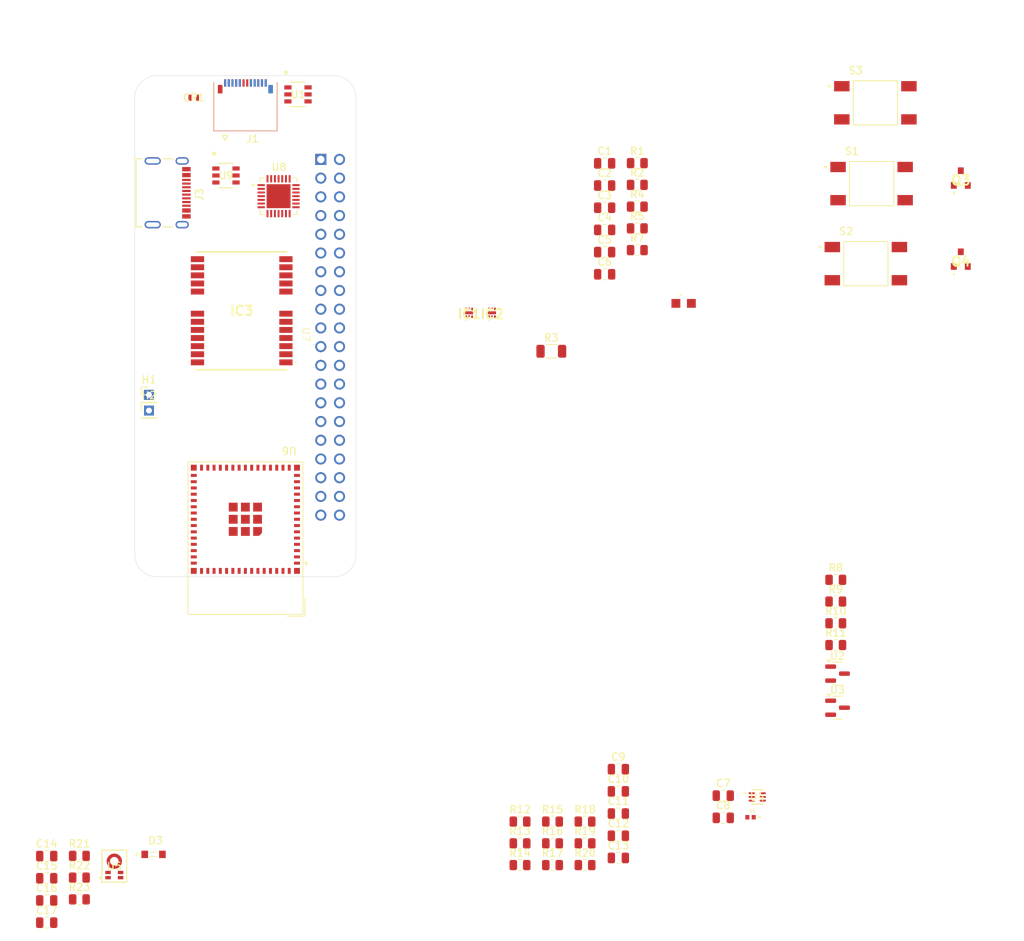
<source format=kicad_pcb>
(kicad_pcb (version 20240108) (generator "pcbnew") (generator_version "8.0")
  (title_block (title "CivicAlert") (rev "A") (company "Vanderbilt University"))
  (layers (0 "F.Cu" signal) (1 "In1.Cu" signal) (2 "In2.Cu" signal) (31 "B.Cu" signal) (34 "B.Paste" user) (35 "F.Paste" user) (36 "B.SilkS" user "B.Silkscreen") (37 "F.SilkS" user "F.Silkscreen") (38 "B.Mask" user) (39 "F.Mask" user) (44 "Edge.Cuts" user))
  (net 0 "")
  (net 1 "VCC_5V")
  (net 2 "GND")
  (net 3 "ESP32_3V3")
  (net 4 "GPS_3V3")
  (net 5 "Net-(U2-C)")
  (net 6 "Net-(U8-VBUS)")
  (net 7 "ESP32_BOOT_MODE")
  (net 8 "ESP32_nRESET")
  (net 9 "BUTTON_CFG_MODE")
  (net 10 "Net-(D1-Pad+)")
  (net 11 "Net-(D3-Pad2)")
  (net 12 "ESP32_USB_D-")
  (net 13 "ESP32_USB_D+")
  (net 14 "Net-(IC1-ADJ{slash}NC)")
  (net 15 "Net-(IC2-ADJ{slash}NC)")
  (net 17 "GPS_ANTENNA")
  (net 18 "GPS_TIMESTAMP_TRIGGER")
  (net 22 "GPS_UART_TX")
  (net 25 "GPS_nRESET")
  (net 28 "GPS_UART_RX")
  (net 31 "GPS_ANTENNA_EN")
  (net 32 "GPS_TIMEPULSE")
  (net 34 "Net-(IC3-VCC_RF)")
  (net 37 "Net-(J1-D-)")
  (net 38 "Net-(J1-CC)")
  (net 44 "Net-(J1-D+)")
  (net 49 "Net-(J3-DN1)")
  (net 50 "Net-(J3-DN2)")
  (net 51 "Net-(J3-VBUS1)")
  (net 52 "Net-(J3-CC2)")
  (net 55 "Net-(J3-CC1)")
  (net 56 "Net-(Q3-B)")
  (net 57 "Net-(Q3-E)")
  (net 58 "Net-(Q4-E)")
  (net 59 "Net-(Q4-B)")
  (net 60 "Net-(U2-B)")
  (net 61 "Net-(U3-E)")
  (net 62 "Net-(U4-D2)")
  (net 63 "Net-(U2-E)")
  (net 64 "Net-(U4-D1)")
  (net 65 "Net-(U8-~{RST})")
  (net 66 "ESP32_USB_DETECT")
  (net 67 "MIC_DATA")
  (net 68 "Net-(U5-DATA)")
  (net 69 "LED_CFG_MODE")
  (net 76 "ESP32_USB_UART_D-")
  (net 77 "ESP32_USB_UART_D+")
  (net 78 "MIC_CLK")
  (net 95 "ESP32_UART_TX")
  (net 98 "ESP32_UART_RX")
  (footprint "Resistor_SMD:R_0805_2012Metric" (layer "F.Cu") (at 112.98 155.4)
    (property "Reference" "R22" (at 0 -1.65 0) (layer "F.SilkS"))
    (property "Value" "100, 1%")
    (pad "1" smd roundrect (at -0.9125 0) (size 1.025 1.4) (layers "F.Cu" "F.Paste" "F.Mask") (roundrect_rratio 0.243902) (net 68 "Net-(U5-DATA)"))
    (pad "2" smd roundrect (at 0.9125 0) (size 1.025 1.4) (layers "F.Cu" "F.Paste" "F.Mask") (roundrect_rratio 0.243902) (net 67 "MIC_DATA"))
  )
  (footprint "LQG15HS47NJ02D:INDC1005X55N" (layer "F.Cu") (at 204.025 147.21)
    (property "Reference" "L1" (at 0.3 -0.88 0) (layer "F.SilkS") (effects (font (size 0.393701 0.393701))))
    (property "Value" "LQG15HS47NJ02D")
    (pad "1" smd rect (at -0.432 0) (size 0.54 0.6) (layers "F.Cu" "F.Paste" "F.Mask") (net 17 "GPS_ANTENNA"))
    (pad "2" smd rect (at 0.432 0) (size 0.54 0.6) (layers "F.Cu" "F.Paste" "F.Mask") (net 5 "Net-(U2-C)"))
  )
  (footprint "RF_Module:ESP32-S2-MINI-1" (layer "F.Cu") (at 135.5 109.34 180)
    (property "Reference" "U6" (at -5.95 11.85 180) (layer "F.SilkS"))
    (property "Value" "ESP32-S3-MINI-1" (hide yes))
    (pad "1" smd rect (at -7 -3.4 180) (size 0.8 0.4) (layers "F.Cu" "F.Paste" "F.Mask") (net 2 "GND"))
    (pad "2" smd rect (at -7 -2.55 180) (size 0.8 0.4) (layers "F.Cu" "F.Paste" "F.Mask") (net 2 "GND"))
    (pad "3" smd rect (at -7 -1.7 180) (size 0.8 0.4) (layers "F.Cu" "F.Paste" "F.Mask") (net 3 "ESP32_3V3"))
    (pad "4" smd rect (at -7 -0.85 180) (size 0.8 0.4) (layers "F.Cu" "F.Paste" "F.Mask") (net 7 "ESP32_BOOT_MODE"))
    (pad "5" smd rect (at -7 0 180) (size 0.8 0.4) (layers "F.Cu" "F.Paste" "F.Mask"))
    (pad "6" smd rect (at -7 0.85 180) (size 0.8 0.4) (layers "F.Cu" "F.Paste" "F.Mask"))
    (pad "7" smd rect (at -7 1.7 180) (size 0.8 0.4) (layers "F.Cu" "F.Paste" "F.Mask"))
    (pad "8" smd rect (at -7 2.55 180) (size 0.8 0.4) (layers "F.Cu" "F.Paste" "F.Mask"))
    (pad "9" smd rect (at -7 3.4 180) (size 0.8 0.4) (layers "F.Cu" "F.Paste" "F.Mask"))
    (pad "10" smd rect (at -7 4.25 180) (size 0.8 0.4) (layers "F.Cu" "F.Paste" "F.Mask"))
    (pad "11" smd rect (at -7 5.1 180) (size 0.8 0.4) (layers "F.Cu" "F.Paste" "F.Mask"))
    (pad "12" smd rect (at -7 5.95 180) (size 0.8 0.4) (layers "F.Cu" "F.Paste" "F.Mask"))
    (pad "13" smd rect (at -7 6.8 180) (size 0.8 0.4) (layers "F.Cu" "F.Paste" "F.Mask") (net 25 "GPS_nRESET"))
    (pad "14" smd rect (at -7 7.65 180) (size 0.8 0.4) (layers "F.Cu" "F.Paste" "F.Mask") (net 18 "GPS_TIMESTAMP_TRIGGER"))
    (pad "15" smd rect (at -7 8.5 180) (size 0.8 0.4) (layers "F.Cu" "F.Paste" "F.Mask") (net 32 "GPS_TIMEPULSE"))
    (pad "16" smd rect (at -5.95 9.55 270) (size 0.8 0.4) (layers "F.Cu" "F.Paste" "F.Mask"))
    (pad "17" smd rect (at -5.1 9.55 270) (size 0.8 0.4) (layers "F.Cu" "F.Paste" "F.Mask") (net 9 "BUTTON_CFG_MODE"))
    (pad "18" smd rect (at -4.25 9.55 270) (size 0.8 0.4) (layers "F.Cu" "F.Paste" "F.Mask") (net 66 "ESP32_USB_DETECT"))
    (pad "19" smd rect (at -3.4 9.55 270) (size 0.8 0.4) (layers "F.Cu" "F.Paste" "F.Mask"))
    (pad "20" smd rect (at -2.55 9.55 270) (size 0.8 0.4) (layers "F.Cu" "F.Paste" "F.Mask"))
    (pad "21" smd rect (at -1.7 9.55 270) (size 0.8 0.4) (layers "F.Cu" "F.Paste" "F.Mask") (net 28 "GPS_UART_RX"))
    (pad "22" smd rect (at -0.85 9.55 270) (size 0.8 0.4) (layers "F.Cu" "F.Paste" "F.Mask") (net 22 "GPS_UART_TX"))
    (pad "23" smd rect (at 0 9.55 270) (size 0.8 0.4) (layers "F.Cu" "F.Paste" "F.Mask") (net 12 "ESP32_USB_D-"))
    (pad "24" smd rect (at 0.85 9.55 270) (size 0.8 0.4) (layers "F.Cu" "F.Paste" "F.Mask") (net 13 "ESP32_USB_D+"))
    (pad "25" smd rect (at 1.7 9.55 270) (size 0.8 0.4) (layers "F.Cu" "F.Paste" "F.Mask"))
    (pad "26" smd rect (at 2.55 9.55 270) (size 0.8 0.4) (layers "F.Cu" "F.Paste" "F.Mask"))
    (pad "27" smd rect (at 3.4 9.55 270) (size 0.8 0.4) (layers "F.Cu" "F.Paste" "F.Mask"))
    (pad "28" smd rect (at 4.25 9.55 270) (size 0.8 0.4) (layers "F.Cu" "F.Paste" "F.Mask"))
    (pad "29" smd rect (at 5.1 9.55 270) (size 0.8 0.4) (layers "F.Cu" "F.Paste" "F.Mask"))
    (pad "30" smd rect (at 5.95 9.55 270) (size 0.8 0.4) (layers "F.Cu" "F.Paste" "F.Mask") (net 69 "LED_CFG_MODE"))
    (pad "31" smd rect (at 7 8.5 180) (size 0.8 0.4) (layers "F.Cu" "F.Paste" "F.Mask"))
    (pad "32" smd rect (at 7 7.65 180) (size 0.8 0.4) (layers "F.Cu" "F.Paste" "F.Mask"))
    (pad "33" smd rect (at 7 6.8 180) (size 0.8 0.4) (layers "F.Cu" "F.Paste" "F.Mask"))
    (pad "34" smd rect (at 7 5.95 180) (size 0.8 0.4) (layers "F.Cu" "F.Paste" "F.Mask"))
    (pad "35" smd rect (at 7 5.1 180) (size 0.8 0.4) (layers "F.Cu" "F.Paste" "F.Mask") (net 67 "MIC_DATA"))
    (pad "36" smd rect (at 7 4.25 180) (size 0.8 0.4) (layers "F.Cu" "F.Paste" "F.Mask") (net 78 "MIC_CLK"))
    (pad "37" smd rect (at 7 3.4 180) (size 0.8 0.4) (layers "F.Cu" "F.Paste" "F.Mask"))
    (pad "38" smd rect (at 7 2.55 180) (size 0.8 0.4) (layers "F.Cu" "F.Paste" "F.Mask"))
    (pad "39" smd rect (at 7 1.7 180) (size 0.8 0.4) (layers "F.Cu" "F.Paste" "F.Mask") (net 95 "ESP32_UART_TX"))
    (pad "40" smd rect (at 7 0.85 180) (size 0.8 0.4) (layers "F.Cu" "F.Paste" "F.Mask") (net 98 "ESP32_UART_RX"))
    (pad "41" smd rect (at 7 0 180) (size 0.8 0.4) (layers "F.Cu" "F.Paste" "F.Mask"))
    (pad "42" smd rect (at 7 -0.85 180) (size 0.8 0.4) (layers "F.Cu" "F.Paste" "F.Mask") (net 2 "GND"))
    (pad "43" smd rect (at 7 -1.7 180) (size 0.8 0.4) (layers "F.Cu" "F.Paste" "F.Mask") (net 2 "GND"))
    (pad "44" smd rect (at 7 -2.55 180) (size 0.8 0.4) (layers "F.Cu" "F.Paste" "F.Mask"))
    (pad "45" smd rect (at 7 -3.4 180) (size 0.8 0.4) (layers "F.Cu" "F.Paste" "F.Mask") (net 8 "ESP32_nRESET"))
    (pad "46" smd rect (at 5.95 -4.45 270) (size 0.8 0.4) (layers "F.Cu" "F.Paste" "F.Mask") (net 2 "GND"))
    (pad "47" smd rect (at 5.1 -4.45 270) (size 0.8 0.4) (layers "F.Cu" "F.Paste" "F.Mask") (net 2 "GND"))
    (pad "48" smd rect (at 4.25 -4.45 270) (size 0.8 0.4) (layers "F.Cu" "F.Paste" "F.Mask") (net 2 "GND"))
    (pad "49" smd rect (at 3.4 -4.45 270) (size 0.8 0.4) (layers "F.Cu" "F.Paste" "F.Mask") (net 2 "GND"))
    (pad "50" smd rect (at 2.55 -4.45 270) (size 0.8 0.4) (layers "F.Cu" "F.Paste" "F.Mask") (net 2 "GND"))
    (pad "51" smd rect (at 1.7 -4.45 270) (size 0.8 0.4) (layers "F.Cu" "F.Paste" "F.Mask") (net 2 "GND"))
    (pad "52" smd rect (at 0.85 -4.45 270) (size 0.8 0.4) (layers "F.Cu" "F.Paste" "F.Mask") (net 2 "GND"))
    (pad "53" smd rect (at 0 -4.45 270) (size 0.8 0.4) (layers "F.Cu" "F.Paste" "F.Mask") (net 2 "GND"))
    (pad "54" smd rect (at -0.85 -4.45 270) (size 0.8 0.4) (layers "F.Cu" "F.Paste" "F.Mask") (net 2 "GND"))
    (pad "55" smd rect (at -1.7 -4.45 270) (size 0.8 0.4) (layers "F.Cu" "F.Paste" "F.Mask") (net 2 "GND"))
    (pad "56" smd rect (at -2.55 -4.45 270) (size 0.8 0.4) (layers "F.Cu" "F.Paste" "F.Mask") (net 2 "GND"))
    (pad "57" smd rect (at -3.4 -4.45 270) (size 0.8 0.4) (layers "F.Cu" "F.Paste" "F.Mask") (net 2 "GND"))
    (pad "58" smd rect (at -4.25 -4.45 270) (size 0.8 0.4) (layers "F.Cu" "F.Paste" "F.Mask") (net 2 "GND"))
    (pad "59" smd rect (at -5.1 -4.45 270) (size 0.8 0.4) (layers "F.Cu" "F.Paste" "F.Mask") (net 2 "GND"))
    (pad "60" smd rect (at -5.95 -4.45 270) (size 0.8 0.4) (layers "F.Cu" "F.Paste" "F.Mask") (net 2 "GND"))
    (pad "61" smd roundrect (at -1.65 0.9 180) (size 1.2 1.2) (layers "F.Cu" "F.Paste" "F.Mask") (roundrect_rratio 0) (chamfer_ratio 0.33) (chamfer top_left) (net 2 "GND"))
    (pad "61" smd rect (at -1.65 2.55 180) (size 1.2 1.2) (layers "F.Cu" "F.Paste" "F.Mask") (net 2 "GND"))
    (pad "61" smd rect (at -1.65 4.2 180) (size 1.2 1.2) (layers "F.Cu" "F.Paste" "F.Mask") (net 2 "GND"))
    (pad "61" smd rect (at 0 0.9 180) (size 1.2 1.2) (layers "F.Cu" "F.Paste" "F.Mask") (net 2 "GND"))
    (pad "61" smd rect (at 0 2.55 180) (size 1.2 1.2) (layers "F.Cu" "F.Paste" "F.Mask") (net 2 "GND"))
    (pad "61" smd rect (at 0 4.2 180) (size 1.2 1.2) (layers "F.Cu" "F.Paste" "F.Mask") (net 2 "GND"))
    (pad "61" smd rect (at 1.65 0.9 180) (size 1.2 1.2) (layers "F.Cu" "F.Paste" "F.Mask") (net 2 "GND"))
    (pad "61" smd rect (at 1.65 2.55 180) (size 1.2 1.2) (layers "F.Cu" "F.Paste" "F.Mask") (net 2 "GND"))
    (pad "61" smd rect (at 1.65 4.2 180) (size 1.2 1.2) (layers "F.Cu" "F.Paste" "F.Mask") (net 2 "GND"))
    (pad "62" smd rect (at -7 -4.45 180) (size 0.8 0.8) (layers "F.Cu" "F.Paste" "F.Mask") (net 2 "GND"))
    (pad "63" smd rect (at -7 9.55 180) (size 0.8 0.8) (layers "F.Cu" "F.Paste" "F.Mask") (net 2 "GND"))
    (pad "64" smd rect (at 7 9.55 180) (size 0.8 0.8) (layers "F.Cu" "F.Paste" "F.Mask") (net 2 "GND"))
    (pad "65" smd rect (at 7 -4.45 180) (size 0.8 0.8) (layers "F.Cu" "F.Paste" "F.Mask") (net 2 "GND"))
  )
  (footprint "SI1016X-T1-GE3:SOT_X-T1-GE3_VIS" (layer "F.Cu") (at 204.934426 144.4561)
    (property "Reference" "U4" (at 0 0 0) (layer "F.SilkS"))
    (property "Value" "SI1016X-T1-GE3")
    (pad "1" smd rect (at -0.7493 -0.500126) (size 0.8128 0.254) (layers "F.Cu" "F.Paste" "F.Mask") (net 2 "GND"))
    (pad "2" smd rect (at -0.7493 0) (size 0.8128 0.254) (layers "F.Cu" "F.Paste" "F.Mask") (net 31 "GPS_ANTENNA_EN"))
    (pad "3" smd rect (at -0.7493 0.500126) (size 0.8128 0.254) (layers "F.Cu" "F.Paste" "F.Mask") (net 62 "Net-(U4-D2)"))
    (pad "4" smd rect (at 0.7493 0.500126) (size 0.8128 0.254) (layers "F.Cu" "F.Paste" "F.Mask") (net 34 "Net-(IC3-VCC_RF)"))
    (pad "5" smd rect (at 0.7493 0) (size 0.8128 0.254) (layers "F.Cu" "F.Paste" "F.Mask") (net 64 "Net-(U4-D1)"))
    (pad "6" smd rect (at 0.7493 -0.500126) (size 0.8128 0.254) (layers "F.Cu" "F.Paste" "F.Mask") (net 64 "Net-(U4-D1)"))
  )
  (footprint "Capacitor_SMD:C_0805_2012Metric" (layer "F.Cu") (at 184.235 67.535)
    (property "Reference" "C4" (at 0 -1.68 0) (layer "F.SilkS"))
    (property "Value" "0.1uF, 10%, 50V")
    (pad "1" smd roundrect (at -0.95 0) (size 1 1.45) (layers "F.Cu" "F.Paste" "F.Mask") (net 1 "VCC_5V"))
    (pad "2" smd roundrect (at 0.95 0) (size 1 1.45) (layers "F.Cu" "F.Paste" "F.Mask") (net 2 "GND"))
  )
  (footprint "Resistor_SMD:R_0805_2012Metric" (layer "F.Cu") (at 215.5875 115)
    (property "Reference" "R8" (at 0 -1.65 0) (layer "F.SilkS"))
    (property "Value" "2.2k, 5%, 0.1W")
    (pad "1" smd roundrect (at -0.9125 0) (size 1.025 1.4) (layers "F.Cu" "F.Paste" "F.Mask") (roundrect_rratio 0.243902) (net 2 "GND"))
    (pad "2" smd roundrect (at 0.9125 0) (size 1.025 1.4) (layers "F.Cu" "F.Paste" "F.Mask") (roundrect_rratio 0.243902) (net 60 "Net-(U2-B)"))
  )
  (footprint "Capacitor_SMD:C_0805_2012Metric" (layer "F.Cu") (at 186.095 149.72)
    (property "Reference" "C12" (at 0 -1.68 0) (layer "F.SilkS"))
    (property "Value" "0.1uF, 10%, 50V")
    (pad "1" smd roundrect (at -0.95 0) (size 1 1.45) (layers "F.Cu" "F.Paste" "F.Mask") (net 8 "ESP32_nRESET"))
    (pad "2" smd roundrect (at 0.95 0) (size 1 1.45) (layers "F.Cu" "F.Paste" "F.Mask") (net 2 "GND"))
  )
  (footprint "Capacitor_SMD:C_0805_2012Metric" (layer "F.Cu") (at 184.235 64.525)
    (property "Reference" "C3" (at 0 -1.68 0) (layer "F.SilkS"))
    (property "Value" "1uF, 20%, 25V")
    (pad "1" smd roundrect (at -0.95 0) (size 1 1.45) (layers "F.Cu" "F.Paste" "F.Mask") (net 1 "VCC_5V"))
    (pad "2" smd roundrect (at 0.95 0) (size 1 1.45) (layers "F.Cu" "F.Paste" "F.Mask") (net 2 "GND"))
  )
  (footprint "Resistor_SMD:R_0805_2012Metric" (layer "F.Cu") (at 177.165 150.75)
    (property "Reference" "R16" (at 0 -1.65 0) (layer "F.SilkS"))
    (property "Value" "10k, 1%")
    (pad "1" smd roundrect (at -0.9125 0) (size 1.025 1.4) (layers "F.Cu" "F.Paste" "F.Mask") (roundrect_rratio 0.243902) (net 59 "Net-(Q4-B)"))
    (pad "2" smd roundrect (at 0.9125 0) (size 1.025 1.4) (layers "F.Cu" "F.Paste" "F.Mask") (roundrect_rratio 0.243902) (net 57 "Net-(Q3-E)"))
  )
  (footprint "Resistor_SMD:R_0805_2012Metric" (layer "F.Cu") (at 112.98 152.45)
    (property "Reference" "R21" (at 0 -1.65 0) (layer "F.SilkS"))
    (property "Value" "10k, 1%")
    (pad "1" smd roundrect (at -0.9125 0) (size 1.025 1.4) (layers "F.Cu" "F.Paste" "F.Mask") (roundrect_rratio 0.243902) (net 3 "ESP32_3V3"))
    (pad "2" smd roundrect (at 0.9125 0) (size 1.025 1.4) (layers "F.Cu" "F.Paste" "F.Mask") (roundrect_rratio 0.243902) (net 8 "ESP32_nRESET"))
  )
  (footprint "Resistor_SMD:R_0805_2012Metric" (layer "F.Cu") (at 188.665 64.375)
    (property "Reference" "R4" (at 0 -1.65 0) (layer "F.SilkS"))
    (property "Value" "61.9k, 1%")
    (pad "1" smd roundrect (at -0.9125 0) (size 1.025 1.4) (layers "F.Cu" "F.Paste" "F.Mask") (roundrect_rratio 0.243902) (net 3 "ESP32_3V3"))
    (pad "2" smd roundrect (at 0.9125 0) (size 1.025 1.4) (layers "F.Cu" "F.Paste" "F.Mask") (roundrect_rratio 0.243902) (net 14 "Net-(IC1-ADJ{slash}NC)"))
  )
  (footprint "L8050QLT1G:L8050QLT1G" (layer "F.Cu") (at 232.55 60.5)
    (property "Reference" "Q3" (at 0 0.325 0) (layer "F.SilkS") (effects (font (size 1.27 1.27) (thickness 0.254))))
    (property "Value" "L8050QLT1G" (hide yes))
    (pad "1" smd rect (at -0.95 1) (size 0.8 0.9) (layers "F.Cu" "F.Paste" "F.Mask") (net 56 "Net-(Q3-B)"))
    (pad "2" smd rect (at 0.95 1) (size 0.8 0.9) (layers "F.Cu" "F.Paste" "F.Mask") (net 7 "ESP32_BOOT_MODE"))
    (pad "3" smd rect (at 0 -1) (size 0.8 0.9) (layers "F.Cu" "F.Paste" "F.Mask") (net 57 "Net-(Q3-E)"))
  )
  (footprint "Resistor_SMD:R_0805_2012Metric" (layer "F.Cu") (at 188.665 58.475)
    (property "Reference" "R1" (at 0 -1.65 0) (layer "F.SilkS"))
    (property "Value" "5.1k, 1%")
    (pad "1" smd roundrect (at -0.9125 0) (size 1.025 1.4) (layers "F.Cu" "F.Paste" "F.Mask") (roundrect_rratio 0.243902) (net 2 "GND"))
    (pad "2" smd roundrect (at 0.9125 0) (size 1.025 1.4) (layers "F.Cu" "F.Paste" "F.Mask") (roundrect_rratio 0.243902) (net 38 "Net-(J1-CC)"))
  )
  (footprint "Capacitor_SMD:C_0805_2012Metric" (layer "F.Cu") (at 186.095 152.73)
    (property "Reference" "C13" (at 0 -1.68 0) (layer "F.SilkS"))
    (property "Value" "0.1uF, 10%, 50V")
    (pad "1" smd roundrect (at -0.95 0) (size 1 1.45) (layers "F.Cu" "F.Paste" "F.Mask") (net 9 "BUTTON_CFG_MODE"))
    (pad "2" smd roundrect (at 0.95 0) (size 1 1.45) (layers "F.Cu" "F.Paste" "F.Mask") (net 2 "GND"))
  )
  (footprint "Capacitor_SMD:C_0805_2012Metric" (layer "F.Cu") (at 186.095 146.71)
    (property "Reference" "C11" (at 0 -1.68 0) (layer "F.SilkS"))
    (property "Value" "0.1uF, 10%, 50V")
    (pad "1" smd roundrect (at -0.95 0) (size 1 1.45) (layers "F.Cu" "F.Paste" "F.Mask") (net 7 "ESP32_BOOT_MODE"))
    (pad "2" smd roundrect (at 0.95 0) (size 1 1.45) (layers "F.Cu" "F.Paste" "F.Mask") (net 2 "GND"))
  )
  (footprint "Resistor_SMD:R_0805_2012Metric" (layer "F.Cu") (at 172.755 147.8)
    (property "Reference" "R12" (at 0 -1.65 0) (layer "F.SilkS"))
    (property "Value" "22.1k, 1%")
    (pad "1" smd roundrect (at -0.9125 0) (size 1.025 1.4) (layers "F.Cu" "F.Paste" "F.Mask") (roundrect_rratio 0.243902) (net 6 "Net-(U8-VBUS)"))
    (pad "2" smd roundrect (at 0.9125 0) (size 1.025 1.4) (layers "F.Cu" "F.Paste" "F.Mask") (roundrect_rratio 0.243902) (net 1 "VCC_5V"))
  )
  (footprint "TS04-66-43-BK-100-SMT:SW_TS04-66-43-BK-100-SMT" (layer "F.Cu") (at 219.67 72.11)
    (property "Reference" "S2" (at -2.675 -4.385 0) (layer "F.SilkS"))
    (property "Value" "TS04-66-43-BK-100-SMT")
    (pad "1" smd rect (at -4.55 -2.25) (size 2.1 1.4) (layers "F.Cu" "F.Paste" "F.Mask") (net 2 "GND"))
    (pad "2" smd rect (at -4.55 2.25) (size 2.1 1.4) (layers "F.Cu" "F.Paste" "F.Mask"))
    (pad "3" smd rect (at 4.55 -2.25) (size 2.1 1.4) (layers "F.Cu" "F.Paste" "F.Mask"))
    (pad "4" smd rect (at 4.55 2.25) (size 2.1 1.4) (layers "F.Cu" "F.Paste" "F.Mask") (net 8 "ESP32_nRESET"))
  )
  (footprint "Package_TO_SOT_SMD:SOT-23" (layer "F.Cu") (at 215.8275 127.725)
    (property "Reference" "U2" (at 0 -2.4 0) (layer "F.SilkS"))
    (property "Value" "BC857C")
    (pad "1" smd roundrect (at -0.9375 -0.95) (size 1.475 0.6) (layers "F.Cu" "F.Paste" "F.Mask") (net 60 "Net-(U2-B)"))
    (pad "2" smd roundrect (at -0.9375 0.95) (size 1.475 0.6) (layers "F.Cu" "F.Paste" "F.Mask") (net 63 "Net-(U2-E)"))
    (pad "3" smd roundrect (at 0.9375 0) (size 1.475 0.6) (layers "F.Cu" "F.Paste" "F.Mask") (net 5 "Net-(U2-C)"))
  )
  (footprint "MountingHole:MountingHole_2.7mm" (layer "F.Cu") (at 147 53.1)
    (property "Reference" "MountingHole" (hide yes))
    (property "Value" "MountingHole_2.7mm" (hide yes))
    (pad "" np_thru_hole circle (at 0 0) (size 2.75 2.75) (drill 2.75) (layers "F&B.Cu" "*.Mask"))
  )
  (footprint "Resistor_SMD:R_0805_2012Metric" (layer "F.Cu") (at 181.575 147.8)
    (property "Reference" "R18" (at 0 -1.65 0) (layer "F.SilkS"))
    (property "Value" "5.1k, 1%")
    (pad "1" smd roundrect (at -0.9125 0) (size 1.025 1.4) (layers "F.Cu" "F.Paste" "F.Mask") (roundrect_rratio 0.243902) (net 2 "GND"))
    (pad "2" smd roundrect (at 0.9125 0) (size 1.025 1.4) (layers "F.Cu" "F.Paste" "F.Mask") (roundrect_rratio 0.243902) (net 52 "Net-(J3-CC2)"))
  )
  (footprint "Resistor_SMD:R_0805_2012Metric" (layer "F.Cu") (at 112.98 158.35)
    (property "Reference" "R23" (at 0 -1.65 0) (layer "F.SilkS"))
    (property "Value" "30, 1%")
    (pad "1" smd roundrect (at -0.9125 0) (size 1.025 1.4) (layers "F.Cu" "F.Paste" "F.Mask") (roundrect_rratio 0.243902) (net 69 "LED_CFG_MODE"))
    (pad "2" smd roundrect (at 0.9125 0) (size 1.025 1.4) (layers "F.Cu" "F.Paste" "F.Mask") (roundrect_rratio 0.243902) (net 11 "Net-(D3-Pad2)"))
  )
  (footprint "NCP133AMXADJTCG:NCP133AMX110TCG" (layer "F.Cu") (at 165.86 78.78)
    (property "Reference" "IC1" (at 0 0.175 0) (layer "F.SilkS") (effects (font (size 1.27 1.27) (thickness 0.254))))
    (property "Value" "NCP133AMXADJTCG" (hide yes))
    (pad "1" smd rect (at -0.4 0.525) (size 0.24 0.35) (layers "F.Cu" "F.Paste" "F.Mask") (net 3 "ESP32_3V3"))
    (pad "2" smd rect (at 0 0.525) (size 0.24 0.35) (layers "F.Cu" "F.Paste" "F.Mask") (net 14 "Net-(IC1-ADJ{slash}NC)"))
    (pad "3" smd rect (at 0.4 0.525) (size 0.24 0.35) (layers "F.Cu" "F.Paste" "F.Mask") (net 1 "VCC_5V"))
    (pad "4" smd rect (at 0.4 -0.525) (size 0.24 0.35) (layers "F.Cu" "F.Paste" "F.Mask") (net 1 "VCC_5V"))
    (pad "5" smd rect (at 0 -0.525) (size 0.24 0.35) (layers "F.Cu" "F.Paste" "F.Mask") (net 2 "GND"))
    (pad "6" smd rect (at -0.4 -0.525) (size 0.24 0.35) (layers "F.Cu" "F.Paste" "F.Mask") (net 1 "VCC_5V"))
    (pad "7" smd rect (at 0 0 90) (size 0.4 1.08) (layers "F.Cu" "F.Paste" "F.Mask") (net 2 "GND"))
  )
  (footprint "Capacitor_SMD:C_0805_2012Metric" (layer "F.Cu") (at 108.55 158.5)
    (property "Reference" "C16" (at 0 -1.68 0) (layer "F.SilkS"))
    (property "Value" "1uF, 10%, 16V")
    (pad "1" smd roundrect (at -0.95 0) (size 1 1.45) (layers "F.Cu" "F.Paste" "F.Mask") (net 8 "ESP32_nRESET"))
    (pad "2" smd roundrect (at 0.95 0) (size 1 1.45) (layers "F.Cu" "F.Paste" "F.Mask") (net 2 "GND"))
  )
  (footprint "LTST-C170KRKT:DIOC200X125X110" (layer "F.Cu") (at 194.95 77.5)
    (property "Reference" "D1" (at -0.365605 -1.128859 0) (layer "F.SilkS") (effects (font (size 0.200329 0.200329))))
    (property "Value" "LTST-C170KRKT")
    (pad "+" smd rect (at 1.05 0) (size 1.2 1.2) (layers "F.Cu" "F.Paste" "F.Mask") (net 10 "Net-(D1-Pad+)"))
    (pad "-" smd rect (at -1.05 0) (size 1.2 1.2) (layers "F.Cu" "F.Paste" "F.Mask") (net 2 "GND"))
  )
  (footprint "MountingHole:MountingHole_2.7mm" (layer "F.Cu") (at 147 111.1)
    (property "Reference" "MountingHole" (hide yes))
    (property "Value" "MountingHole_2.7mm" (hide yes))
    (pad "" np_thru_hole circle (at 0 0) (size 2.75 2.75) (drill 2.75) (layers "F&B.Cu" "*.Mask"))
  )
  (footprint "USBLC6-2SC6Y:SOT23-6L_STM" (layer "F.Cu") (at 132.86525 60.149999)
    (property "Reference" "U9" (at 0 0 0) (layer "F.SilkS"))
    (property "Value" "USBLC6-2SC6Y" (hide yes))
    (fp_text user "*" (at -1.61925 -2.6518 0) (layer "F.SilkS"))
    (fp_text user "*" (at -1.61925 -2.6518 0) (layer "F.SilkS"))
    (pad "1" smd rect (at -1.36525 -0.950001) (size 0.9779 0.5588) (layers "F.Cu" "F.Paste" "F.Mask") (net 50 "Net-(J3-DN2)"))
    (pad "2" smd rect (at -1.36525 0) (size 0.9779 0.5588) (layers "F.Cu" "F.Paste" "F.Mask") (net 2 "GND"))
    (pad "3" smd rect (at -1.36525 0.950001) (size 0.9779 0.5588) (layers "F.Cu" "F.Paste" "F.Mask") (net 49 "Net-(J3-DN1)"))
    (pad "4" smd rect (at 1.36525 0.950001) (size 0.9779 0.5588) (layers "F.Cu" "F.Paste" "F.Mask") (net 13 "ESP32_USB_D+"))
    (pad "5" smd rect (at 1.36525 0) (size 0.9779 0.5588) (layers "F.Cu" "F.Paste" "F.Mask") (net 51 "Net-(J3-VBUS1)"))
    (pad "6" smd rect (at 1.36525 -0.950001) (size 0.9779 0.5588) (layers "F.Cu" "F.Paste" "F.Mask") (net 12 "ESP32_USB_D-"))
  )
  (footprint "Capacitor_SMD:C_0805_2012Metric" (layer "F.Cu") (at 108.55 155.49)
    (property "Reference" "C15" (at 0 -1.68 0) (layer "F.SilkS"))
    (property "Value" "0.1uF, 10%, 50V")
    (pad "1" smd roundrect (at -0.95 0) (size 1 1.45) (layers "F.Cu" "F.Paste" "F.Mask") (net 3 "ESP32_3V3"))
    (pad "2" smd roundrect (at 0.95 0) (size 1 1.45) (layers "F.Cu" "F.Paste" "F.Mask") (net 2 "GND"))
  )
  (footprint "USB-C:MOLEX_1054440001" (layer "F.Cu") (at 135.5 46.6 180)
    (property "Reference" "J1" (at -0.9525 -8.5725 0) (layer "F.SilkS"))
    (property "Value" "1054440001" (hide yes))
    (fp_line (start 4.3 -2) (end 4.3 -1.26) (stroke (width 0.01)) (layer "Edge.Cuts"))
    (fp_line (start 4 -0.96) (end 3.35 -0.96) (stroke (width 0.01)) (layer "Edge.Cuts"))
    (fp_line (start 3.05 -0.66) (end 3.05 -0.3) (stroke (width 0.01)) (layer "Edge.Cuts"))
    (fp_line (start 2.75 0) (end -2.75 0) (stroke (width 0.01)) (layer "Edge.Cuts"))
    (fp_line (start -3.05 -0.3) (end -3.05 -0.66) (stroke (width 0.01)) (layer "Edge.Cuts"))
    (fp_line (start -3.35 -0.96) (end -4 -0.96) (stroke (width 0.01)) (layer "Edge.Cuts"))
    (fp_line (start -4.3 -1.26) (end -4.3 -2.025) (stroke (width 0.01)) (layer "Edge.Cuts"))
    (fp_arc (start 4.3 -1.26) (mid 4.212132 -1.047868) (end 4 -0.96) (stroke (width 0.01)) (layer "Edge.Cuts"))
    (fp_arc (start 3.05 -0.3) (mid 2.962132 -0.087868) (end 2.75 0) (stroke (width 0.01)) (layer "Edge.Cuts"))
    (fp_arc (start 3.05 -0.66) (mid 3.137868 -0.872132) (end 3.35 -0.96) (stroke (width 0.01)) (layer "Edge.Cuts"))
    (fp_arc (start -2.75 0) (mid -2.962132 -0.087868) (end -3.05 -0.3) (stroke (width 0.01)) (layer "Edge.Cuts"))
    (fp_arc (start -3.35 -0.96) (mid -3.137868 -0.872132) (end -3.05 -0.66) (stroke (width 0.01)) (layer "Edge.Cuts"))
    (fp_arc (start -4 -0.96) (mid -4.212132 -1.047868) (end -4.3 -1.26) (stroke (width 0.01)) (layer "Edge.Cuts"))
    (pad "A1" smd rect (at 2.75 -1 180) (size 0.298 1) (layers "F.Cu" "F.Paste") (net 2 "GND"))
    (pad "A2" smd rect (at 2.25 -1 180) (size 0.298 1) (layers "F.Cu" "F.Paste"))
    (pad "A3" smd rect (at 1.75 -1 180) (size 0.298 1) (layers "F.Cu" "F.Paste"))
    (pad "A4" smd rect (at 1.25 -1 180) (size 0.298 1) (layers "F.Cu" "F.Paste") (net 1 "VCC_5V"))
    (pad "A5" smd rect (at 0.75 -1 180) (size 0.298 1) (layers "F.Cu" "F.Paste") (net 38 "Net-(J1-CC)"))
    (pad "A6" smd rect (at 0.25 -1 180) (size 0.298 1) (layers "F.Cu" "F.Paste") (net 44 "Net-(J1-D+)"))
    (pad "A7" smd rect (at -0.25 -1 180) (size 0.298 1) (layers "F.Cu" "F.Paste") (net 37 "Net-(J1-D-)"))
    (pad "A8" smd rect (at -0.75 -1 180) (size 0.298 1) (layers "F.Cu" "F.Paste"))
    (pad "A9" smd rect (at -1.25 -1 180) (size 0.298 1) (layers "F.Cu" "F.Paste") (net 1 "VCC_5V"))
    (pad "A10" smd rect (at -1.75 -1 180) (size 0.298 1) (layers "F.Cu" "F.Paste"))
    (pad "A11" smd rect (at -2.25 -1 180) (size 0.298 1) (layers "F.Cu" "F.Paste"))
    (pad "A12" smd rect (at -2.75 -1 180) (size 0.298 1) (layers "F.Cu" "F.Paste") (net 2 "GND"))
    (pad "B1" smd rect (at -2.75 -1 180) (size 0.298 1) (layers "B.Cu" "B.Paste") (net 2 "GND"))
    (pad "B2" smd rect (at -2.25 -1 180) (size 0.298 1) (layers "B.Cu" "B.Paste"))
    (pad "B3" smd rect (at -1.75 -1 180) (size 0.298 1) (layers "B.Cu" "B.Paste"))
    (pad "B4" smd rect (at -1.25 -1 180) (size 0.298 1) (layers "B.Cu" "B.Paste") (net 1 "VCC_5V"))
    (pad "B5" smd rect (at -0.75 -1 180) (size 0.298 1) (layers "B.Cu" "B.Paste"))
    (pad "B8" smd rect (at 0.75 -1 180) (size 0.298 1) (layers "B.Cu" "B.Paste"))
    (pad "B9" smd rect (at 1.25 -1 180) (size 0.298 1) (layers "B.Cu" "B.Paste") (net 1 "VCC_5V"))
    (pad "B10" smd rect (at 1.75 -1 180) (size 0.298 1) (layers "B.Cu" "B.Paste"))
    (pad "B11" smd rect (at 2.25 -1 180) (size 0.298 1) (layers "B.Cu" "B.Paste"))
    (pad "B12" smd rect (at 2.75 -1 180) (size 0.298 1) (layers "B.Cu" "B.Paste") (net 2 "GND"))
    (pad "SH1" smd rect (at 3.42 -1.84 180) (size 0.63 1.15) (layers "F.Cu" "F.Paste") (net 2 "GND"))
    (pad "SH2" smd rect (at -3.42 -1.84 180) (size 0.63 1.15) (layers "B.Cu" "B.Paste") (net 2 "GND"))
  )
  (footprint "L8050QLT1G:L8050QLT1G" (layer "F.Cu") (at 232.55 71.5)
    (property "Reference" "Q4" (at 0 0.325 0) (layer "F.SilkS") (effects (font (size 1.27 1.27) (thickness 0.254))))
    (property "Value" "L8050QLT1G" (hide yes))
    (pad "1" smd rect (at -0.95 1) (size 0.8 0.9) (layers "F.Cu" "F.Paste" "F.Mask") (net 59 "Net-(Q4-B)"))
    (pad "2" smd rect (at 0.95 1) (size 0.8 0.9) (layers "F.Cu" "F.Paste" "F.Mask") (net 8 "ESP32_nRESET"))
    (pad "3" smd rect (at 0 -1) (size 0.8 0.9) (layers "F.Cu" "F.Paste" "F.Mask") (net 58 "Net-(Q4-E)"))
  )
  (footprint "Connector_PinHeader_2.00mm:PinHeader_1x01_P2.00mm_Vertical" (layer "F.Cu") (at 122.42 92.04)
    (property "Reference" "H2" (at 0 -2.06 0) (layer "F.SilkS"))
    (property "Value" "MountingHole_Pad" (hide yes))
    (pad "1" thru_hole rect (at 0 0) (size 1.35 1.35) (drill 0.8) (layers "*.Cu" "*.Mask") (net 13 "ESP32_USB_D+"))
  )
  (footprint "2171790001:MOLEX_2171790001" (layer "F.Cu") (at 124.075 62.5 -90)
    (property "Reference" "J3" (at 0.255 -5.185 90) (layer "F.SilkS"))
    (property "Value" "2171790001" (hide yes))
    (pad "A1B12" smd rect (at -3.2 -3.425 270) (size 0.59 1.15) (layers "F.Cu" "F.Paste") (net 2 "GND"))
    (pad "A4B9" smd rect (at -2.4 -3.425 270) (size 0.59 1.15) (layers "F.Cu" "F.Paste") (net 51 "Net-(J3-VBUS1)"))
    (pad "A5" smd rect (at -1.25 -3.425 270) (size 0.298 1.15) (layers "F.Cu" "F.Paste") (net 55 "Net-(J3-CC1)"))
    (pad "A6" smd rect (at -0.25 -3.425 270) (size 0.298 1.15) (layers "F.Cu" "F.Paste") (net 50 "Net-(J3-DN2)"))
    (pad "A7" smd rect (at 0.25 -3.425 270) (size 0.298 1.15) (layers "F.Cu" "F.Paste") (net 49 "Net-(J3-DN1)"))
    (pad "A8" smd rect (at 1.25 -3.425 270) (size 0.298 1.15) (layers "F.Cu" "F.Paste"))
    (pad "B1A12" smd rect (at 3.2 -3.425 270) (size 0.59 1.15) (layers "F.Cu" "F.Paste") (net 2 "GND"))
    (pad "B4A9" smd rect (at 2.4 -3.425 270) (size 0.59 1.15) (layers "F.Cu" "F.Paste") (net 51 "Net-(J3-VBUS1)"))
    (pad "B5" smd rect (at 1.75 -3.425 270) (size 0.298 1.15) (layers "F.Cu" "F.Paste") (net 52 "Net-(J3-CC2)"))
    (pad "B6" smd rect (at 0.75 -3.425 270) (size 0.298 1.15) (layers "F.Cu" "F.Paste") (net 49 "Net-(J3-DN1)"))
    (pad "B7" smd rect (at -0.75 -3.425 270) (size 0.298 1.15) (layers "F.Cu" "F.Paste") (net 50 "Net-(J3-DN2)"))
    (pad "B8" smd rect (at -1.75 -3.425 270) (size 0.298 1.15) (layers "F.Cu" "F.Paste"))
    (pad "SH1" thru_hole oval (at -4.32 1.15 270) (size 1 2.2) (drill oval 0.6 1.8) (layers "*.Cu" "*.Mask") (net 2 "GND"))
    (pad "SH2" thru_hole oval (at 4.32 1.15 270) (size 1 2.2) (drill oval 0.6 1.8) (layers "*.Cu" "*.Mask") (net 2 "GND"))
    (pad "SH3" thru_hole oval (at -4.32 -2.85 270) (size 1 1.8) (drill oval 0.6 1.4) (layers "*.Cu" "*.Mask") (net 2 "GND"))
    (pad "SH4" thru_hole oval (at 4.32 -2.85 270) (size 1 1.8) (drill oval 0.6 1.4) (layers "*.Cu" "*.Mask") (net 2 "GND"))
  )
  (footprint "RASPBERRY_PI_ZERO_2_W:Raspberry Pi Zero 2W Header" (layer "F.Cu") (at 143.22868 81.72868 -90)
    (property "Reference" "U7" (at 0 -0.5 -90) (layer "F.SilkS") (effects (font (thickness 0.1))))
    (property "Value" "RASPBERRY_PI_ZERO_2_W" (hide yes))
    (pad "1" thru_hole rect (at -23.76 -2.5 270) (size 1.508 1.508) (drill 1) (layers "*.Cu" "*.Mask") (net 66 "ESP32_USB_DETECT"))
    (pad "2" thru_hole circle (at -23.76 -5.04 270) (size 1.508 1.508) (drill 1) (layers "*.Cu" "*.Mask") (net 1 "VCC_5V"))
    (pad "3" thru_hole circle (at -21.22 -2.5 270) (size 1.508 1.508) (drill 1) (layers "*.Cu" "*.Mask"))
    (pad "4" thru_hole circle (at -21.22 -5.04 270) (size 1.508 1.508) (drill 1) (layers "*.Cu" "*.Mask") (net 1 "VCC_5V"))
    (pad "5" thru_hole circle (at -18.68 -2.5 270) (size 1.508 1.508) (drill 1) (layers "*.Cu" "*.Mask"))
    (pad "6" thru_hole circle (at -18.68 -5.04 270) (size 1.508 1.508) (drill 1) (layers "*.Cu" "*.Mask") (net 2 "GND"))
    (pad "7" thru_hole circle (at -16.14 -2.5 270) (size 1.508 1.508) (drill 1) (layers "*.Cu" "*.Mask"))
    (pad "8" thru_hole circle (at -16.14 -5.04 270) (size 1.508 1.508) (drill 1) (layers "*.Cu" "*.Mask"))
    (pad "9" thru_hole circle (at -13.6 -2.5 270) (size 1.508 1.508) (drill 1) (layers "*.Cu" "*.Mask") (net 2 "GND"))
    (pad "10" thru_hole circle (at -13.6 -5.04 270) (size 1.508 1.508) (drill 1) (layers "*.Cu" "*.Mask"))
    (pad "11" thru_hole circle (at -11.06 -2.5 270) (size 1.508 1.508) (drill 1) (layers "*.Cu" "*.Mask"))
    (pad "12" thru_hole circle (at -11.06 -5.04 270) (size 1.508 1.508) (drill 1) (layers "*.Cu" "*.Mask"))
    (pad "13" thru_hole circle (at -8.52 -2.5 270) (size 1.508 1.508) (drill 1) (layers "*.Cu" "*.Mask"))
    (pad "14" thru_hole circle (at -8.52 -5.04 270) (size 1.508 1.508) (drill 1) (layers "*.Cu" "*.Mask") (net 2 "GND"))
    (pad "15" thru_hole circle (at -5.98 -2.5 270) (size 1.508 1.508) (drill 1) (layers "*.Cu" "*.Mask"))
    (pad "16" thru_hole circle (at -5.98 -5.04 270) (size 1.508 1.508) (drill 1) (layers "*.Cu" "*.Mask"))
    (pad "17" thru_hole circle (at -3.44 -2.5 270) (size 1.508 1.508) (drill 1) (layers "*.Cu" "*.Mask"))
    (pad "18" thru_hole circle (at -3.44 -5.04 270) (size 1.508 1.508) (drill 1) (layers "*.Cu" "*.Mask"))
    (pad "19" thru_hole circle (at -0.9 -2.5 270) (size 1.508 1.508) (drill 1) (layers "*.Cu" "*.Mask"))
    (pad "20" thru_hole circle (at -0.9 -5.04 270) (size 1.508 1.508) (drill 1) (layers "*.Cu" "*.Mask") (net 2 "GND"))
    (pad "21" thru_hole circle (at 1.64 -2.5 270) (size 1.508 1.508) (drill 1) (layers "*.Cu" "*.Mask"))
    (pad "22" thru_hole circle (at 1.64 -5.04 270) (size 1.508 1.508) (drill 1) (layers "*.Cu" "*.Mask"))
    (pad "23" thru_hole circle (at 4.18 -2.5 270) (size 1.508 1.508) (drill 1) (layers "*.Cu" "*.Mask"))
    (pad "24" thru_hole circle (at 4.18 -5.04 270) (size 1.508 1.508) (drill 1) (layers "*.Cu" "*.Mask"))
    (pad "25" thru_hole circle (at 6.72 -2.5 270) (size 1.508 1.508) (drill 1) (layers "*.Cu" "*.Mask") (net 2 "GND"))
    (pad "26" thru_hole circle (at 6.72 -5.04 270) (size 1.508 1.508) (drill 1) (layers "*.Cu" "*.Mask"))
    (pad "27" thru_hole circle (at 9.26 -2.5 270) (size 1.508 1.508) (drill 1) (layers "*.Cu" "*.Mask"))
    (pad "28" thru_hole circle (at 9.26 -5.04 270) (size 1.508 1.508) (drill 1) (layers "*.Cu" "*.Mask"))
    (pad "29" thru_hole circle (at 11.8 -2.5 270) (size 1.508 1.508) (drill 1) (layers "*.Cu" "*.Mask"))
    (pad "30" thru_hole circle (at 11.8 -5.04 270) (size 1.508 1.508) (drill 1) (layers "*.Cu" "*.Mask") (net 2 "GND"))
    (pad "31" thru_hole circle (at 14.34 -2.5 270) (size 1.508 1.508) (drill 1) (layers "*.Cu" "*.Mask"))
    (pad "32" thru_hole circle (at 14.34 -5.04 270) (size 1.508 1.508) (drill 1) (layers "*.Cu" "*.Mask"))
    (pad "33" thru_hole circle (at 16.88 -2.5 270) (size 1.508 1.508) (drill 1) (layers "*.Cu" "*.Mask"))
    (pad "34" thru_hole circle (at 16.88 -5.04 270) (size 1.508 1.508) (drill 1) (layers "*.Cu" "*.Mask") (net 2 "GND"))
    (pad "35" thru_hole circle (at 19.42 -2.5 270) (size 1.508 1.508) (drill 1) (layers "*.Cu" "*.Mask"))
    (pad "36" thru_hole circle (at 19.42 -5.04 270) (size 1.508 1.508) (drill 1) (layers "*.Cu" "*.Mask"))
    (pad "37" thru_hole circle (at 21.96 -2.5 270) (size 1.508 1.508) (drill 1) (layers "*.Cu" "*.Mask"))
    (pad "38" thru_hole circle (at 21.96 -5.04 270) (size 1.508 1.508) (drill 1) (layers "*.Cu" "*.Mask"))
    (pad "39" thru_hole circle (at 24.5 -2.5 270) (size 1.508 1.508) (drill 1) (layers "*.Cu" "*.Mask") (net 2 "GND"))
    (pad "40" thru_hole circle (at 24.5 -5.04 270) (size 1.508 1.508) (drill 1) (layers "*.Cu" "*.Mask"))
  )
  (footprint "Capacitor_SMD:C_0805_2012Metric" (layer "F.Cu") (at 108.55 161.51)
    (property "Reference" "C17" (at 0 -1.68 0) (layer "F.SilkS"))
    (property "Value" "100nF")
    (pad "1" smd roundrect (at -0.95 0) (size 1 1.45) (layers "F.Cu" "F.Paste" "F.Mask") (net 3 "ESP32_3V3"))
    (pad "2" smd roundrect (at 0.95 0) (size 1 1.45) (layers "F.Cu" "F.Paste" "F.Mask") (net 2 "GND"))
  )
  (footprint "Resistor_SMD:R_0805_2012Metric" (layer "F.Cu") (at 177.165 147.8)
    (property "Reference" "R15" (at 0 -1.65 0) (layer "F.SilkS"))
    (property "Value" "10k, 1%")
    (pad "1" smd roundrect (at -0.9125 0) (size 1.025 1.4) (layers "F.Cu" "F.Paste" "F.Mask") (roundrect_rratio 0.243902) (net 56 "Net-(Q3-B)"))
    (pad "2" smd roundrect (at 0.9125 0) (size 1.025 1.4) (layers "F.Cu" "F.Paste" "F.Mask") (roundrect_rratio 0.243902) (net 58 "Net-(Q4-E)"))
  )
  (footprint "APA2107VBC_D:LED_APA2107VBC_D" (layer "F.Cu") (at 123.045 152.25)
    (property "Reference" "D3" (at 0.275 -1.885 0) (layer "F.SilkS"))
    (property "Value" "APA2107VBC_D")
    (pad "1" smd rect (at -1.2 0) (size 0.9 1) (layers "F.Cu" "F.Paste" "F.Mask") (net 2 "GND"))
    (pad "2" smd rect (at 1.2 0) (size 0.9 1) (layers "F.Cu" "F.Paste" "F.Mask") (net 11 "Net-(D3-Pad2)"))
  )
  (footprint "NCP133AMXADJTCG:NCP133AMX110TCG" (layer "F.Cu") (at 168.96 78.78)
    (property "Reference" "IC2" (at 0 0.175 0) (layer "F.SilkS") (effects (font (size 1.27 1.27) (thickness 0.254))))
    (property "Value" "NCP133AMXADJTCG" (hide yes))
    (pad "1" smd rect (at -0.4 0.525) (size 0.24 0.35) (layers "F.Cu" "F.Paste" "F.Mask") (net 4 "GPS_3V3"))
    (pad "2" smd rect (at 0 0.525) (size 0.24 0.35) (layers "F.Cu" "F.Paste" "F.Mask") (net 15 "Net-(IC2-ADJ{slash}NC)"))
    (pad "3" smd rect (at 0.4 0.525) (size 0.24 0.35) (layers "F.Cu" "F.Paste" "F.Mask") (net 1 "VCC_5V"))
    (pad "4" smd rect (at 0.4 -0.525) (size 0.24 0.35) (layers "F.Cu" "F.Paste" "F.Mask") (net 1 "VCC_5V"))
    (pad "5" smd rect (at 0 -0.525) (size 0.24 0.35) (layers "F.Cu" "F.Paste" "F.Mask") (net 2 "GND"))
    (pad "6" smd rect (at -0.4 -0.525) (size 0.24 0.35) (layers "F.Cu" "F.Paste" "F.Mask") (net 1 "VCC_5V"))
    (pad "7" smd rect (at 0 0 90) (size 0.4 1.08) (layers "F.Cu" "F.Paste" "F.Mask") (net 2 "GND"))
  )
  (footprint "Connector_PinHeader_2.00mm:PinHeader_1x01_P2.00mm_Vertical" (layer "F.Cu") (at 122.42 89.91)
    (property "Reference" "H1" (at 0 -2.06 0) (layer "F.SilkS"))
    (property "Value" "MountingHole_Pad" (hide yes))
    (pad "1" thru_hole rect (at 0 0) (size 1.35 1.35) (drill 0.8) (layers "*.Cu" "*.Mask") (net 12 "ESP32_USB_D-"))
  )
  (footprint "NEO-F10N-00B:NEOF10N00B" (layer "F.Cu") (at 135 78.5)
    (property "Reference" "IC3" (at 0 0 0) (layer "F.SilkS") (effects (font (size 1.27 1.27) (thickness 0.254))))
    (property "Value" "NEO-F10N-00B" (hide yes))
    (pad "1" smd rect (at 6 7 90) (size 0.8 1.8) (layers "F.Cu" "F.Paste" "F.Mask"))
    (pad "2" smd rect (at 6 5.9 90) (size 0.8 1.8) (layers "F.Cu" "F.Paste" "F.Mask"))
    (pad "3" smd rect (at 6 4.8 90) (size 0.8 1.8) (layers "F.Cu" "F.Paste" "F.Mask") (net 32 "GPS_TIMEPULSE"))
    (pad "4" smd rect (at 6 3.7 90) (size 0.8 1.8) (layers "F.Cu" "F.Paste" "F.Mask") (net 18 "GPS_TIMESTAMP_TRIGGER"))
    (pad "5" smd rect (at 6 2.6 90) (size 0.8 1.8) (layers "F.Cu" "F.Paste" "F.Mask"))
    (pad "6" smd rect (at 6 1.5 90) (size 0.8 1.8) (layers "F.Cu" "F.Paste" "F.Mask"))
    (pad "7" smd rect (at 6 0.4 90) (size 0.8 1.8) (layers "F.Cu" "F.Paste" "F.Mask"))
    (pad "8" smd rect (at 6 -2.6 90) (size 0.8 1.8) (layers "F.Cu" "F.Paste" "F.Mask") (net 25 "GPS_nRESET"))
    (pad "9" smd rect (at 6 -3.7 90) (size 0.8 1.8) (layers "F.Cu" "F.Paste" "F.Mask") (net 34 "Net-(IC3-VCC_RF)"))
    (pad "10" smd rect (at 6 -4.8 90) (size 0.8 1.8) (layers "F.Cu" "F.Paste" "F.Mask") (net 2 "GND"))
    (pad "11" smd rect (at 6 -5.9 90) (size 0.8 1.8) (layers "F.Cu" "F.Paste" "F.Mask") (net 17 "GPS_ANTENNA"))
    (pad "12" smd rect (at 6 -7 90) (size 0.8 1.8) (layers "F.Cu" "F.Paste" "F.Mask") (net 2 "GND"))
    (pad "13" smd rect (at -6 -7 90) (size 0.8 1.8) (layers "F.Cu" "F.Paste" "F.Mask") (net 2 "GND"))
    (pad "14" smd rect (at -6 -5.9 90) (size 0.8 1.8) (layers "F.Cu" "F.Paste" "F.Mask") (net 31 "GPS_ANTENNA_EN"))
    (pad "15" smd rect (at -6 -4.8 90) (size 0.8 1.8) (layers "F.Cu" "F.Paste" "F.Mask"))
    (pad "16" smd rect (at -6 -3.7 90) (size 0.8 1.8) (layers "F.Cu" "F.Paste" "F.Mask"))
    (pad "17" smd rect (at -6 -2.6 90) (size 0.8 1.8) (layers "F.Cu" "F.Paste" "F.Mask"))
    (pad "18" smd rect (at -6 0.4 90) (size 0.8 1.8) (layers "F.Cu" "F.Paste" "F.Mask"))
    (pad "19" smd rect (at -6 1.5 90) (size 0.8 1.8) (layers "F.Cu" "F.Paste" "F.Mask"))
    (pad "20" smd rect (at -6 2.6 90) (size 0.8 1.8) (layers "F.Cu" "F.Paste" "F.Mask") (net 22 "GPS_UART_TX"))
    (pad "21" smd rect (at -6 3.7 90) (size 0.8 1.8) (layers "F.Cu" "F.Paste" "F.Mask") (net 28 "GPS_UART_RX"))
    (pad "22" smd rect (at -6 4.8 90) (size 0.8 1.8) (layers "F.Cu" "F.Paste" "F.Mask"))
    (pad "23" smd rect (at -6 5.9 90) (size 0.8 1.8) (layers "F.Cu" "F.Paste" "F.Mask") (net 4 "GPS_3V3"))
    (pad "24" smd rect (at -6 7 90) (size 0.8 1.8) (layers "F.Cu" "F.Paste" "F.Mask") (net 2 "GND"))
  )
  (footprint "Resistor_SMD:R_0805_2012Metric" (layer "F.Cu") (at 177.165 153.7)
    (property "Reference" "R17" (at 0 -1.65 0) (layer "F.SilkS"))
    (property "Value" "5.1k, 1%")
    (pad "1" smd roundrect (at -0.9125 0) (size 1.025 1.4) (layers "F.Cu" "F.Paste" "F.Mask") (roundrect_rratio 0.243902) (net 2 "GND"))
    (pad "2" smd roundrect (at 0.9125 0) (size 1.025 1.4) (layers "F.Cu" "F.Paste" "F.Mask") (roundrect_rratio 0.243902) (net 55 "Net-(J3-CC1)"))
  )
  (footprint "Capacitor_SMD:C_0805_2012Metric" (layer "F.Cu") (at 186.095 140.69)
    (property "Reference" "C9" (at 0 -1.68 0) (layer "F.SilkS"))
    (property "Value" "10uF, 20%, 25V")
    (pad "1" smd roundrect (at -0.95 0) (size 1 1.45) (layers "F.Cu" "F.Paste" "F.Mask") (net 3 "ESP32_3V3"))
    (pad "2" smd roundrect (at 0.95 0) (size 1 1.45) (layers "F.Cu" "F.Paste" "F.Mask") (net 2 "GND"))
  )
  (footprint "MountingHole:MountingHole_2.7mm" (layer "F.Cu") (at 124 111.1)
    (property "Reference" "MountingHole" (hide yes))
    (property "Value" "MountingHole_2.7mm" (hide yes))
    (pad "" np_thru_hole circle (at 0 0) (size 2.75 2.75) (drill 2.75) (layers "F&B.Cu" "*.Mask"))
  )
  (footprint "Resistor_SMD:R_0805_2012Metric" (layer "F.Cu") (at 188.665 67.325)
    (property "Reference" "R5" (at 0 -1.65 0) (layer "F.SilkS"))
    (property "Value" "20k, 1%")
    (pad "1" smd roundrect (at -0.9125 0) (size 1.025 1.4) (layers "F.Cu" "F.Paste" "F.Mask") (roundrect_rratio 0.243902) (net 15 "Net-(IC2-ADJ{slash}NC)"))
    (pad "2" smd roundrect (at 0.9125 0) (size 1.025 1.4) (layers "F.Cu" "F.Paste" "F.Mask") (roundrect_rratio 0.243902) (net 2 "GND"))
  )
  (footprint "Capacitor_SMD:C_0805_2012Metric" (layer "F.Cu") (at 186.095 143.7)
    (property "Reference" "C10" (at 0 -1.68 0) (layer "F.SilkS"))
    (property "Value" "1uF, 10%, 16V")
    (pad "1" smd roundrect (at -0.95 0) (size 1 1.45) (layers "F.Cu" "F.Paste" "F.Mask") (net 2 "GND"))
    (pad "2" smd roundrect (at 0.95 0) (size 1 1.45) (layers "F.Cu" "F.Paste" "F.Mask") (net 6 "Net-(U8-VBUS)"))
  )
  (footprint "Capacitor_SMD:C_0805_2012Metric" (layer "F.Cu") (at 200.325 147.29)
    (property "Reference" "C8" (at 0 -1.68 0) (layer "F.SilkS"))
    (property "Value" "10nF, 10%, 16V, X7R")
    (pad "1" smd roundrect (at -0.95 0) (size 1 1.45) (layers "F.Cu" "F.Paste" "F.Mask") (net 5 "Net-(U2-C)"))
    (pad "2" smd roundrect (at 0.95 0) (size 1 1.45) (layers "F.Cu" "F.Paste" "F.Mask") (net 2 "GND"))
  )
  (footprint "Capacitor_SMD:C_0805_2012Metric" (layer "F.Cu") (at 184.235 61.515)
    (property "Reference" "C2" (at 0 -1.68 0) (layer "F.SilkS"))
    (property "Value" "0.1uF, 10%, 50V")
    (pad "1" smd roundrect (at -0.95 0) (size 1 1.45) (layers "F.Cu" "F.Paste" "F.Mask") (net 1 "VCC_5V"))
    (pad "2" smd roundrect (at 0.95 0) (size 1 1.45) (layers "F.Cu" "F.Paste" "F.Mask") (net 2 "GND"))
  )
  (footprint "TS04-66-43-BK-100-SMT:SW_TS04-66-43-BK-100-SMT" (layer "F.Cu") (at 220.96 50.29)
    (property "Reference" "S3" (at -2.675 -4.385 0) (layer "F.SilkS"))
    (property "Value" "TS04-66-43-BK-100-SMT")
    (pad "1" smd rect (at -4.55 -2.25) (size 2.1 1.4) (layers "F.Cu" "F.Paste" "F.Mask") (net 2 "GND"))
    (pad "2" smd rect (at -4.55 2.25) (size 2.1 1.4) (layers "F.Cu" "F.Paste" "F.Mask"))
    (pad "3" smd rect (at 4.55 -2.25) (size 2.1 1.4) (layers "F.Cu" "F.Paste" "F.Mask"))
    (pad "4" smd rect (at 4.55 2.25) (size 2.1 1.4) (layers "F.Cu" "F.Paste" "F.Mask") (net 9 "BUTTON_CFG_MODE"))
  )
  (footprint "Resistor_SMD:R_0805_2012Metric" (layer "F.Cu") (at 172.755 153.7)
    (property "Reference" "R14" (at 0 -1.65 0) (layer "F.SilkS"))
    (property "Value" "1k, 1%")
    (pad "1" smd roundrect (at -0.9125 0) (size 1.025 1.4) (layers "F.Cu" "F.Paste" "F.Mask") (roundrect_rratio 0.243902) (net 3 "ESP32_3V3"))
    (pad "2" smd roundrect (at 0.9125 0) (size 1.025 1.4) (layers "F.Cu" "F.Paste" "F.Mask") (roundrect_rratio 0.243902) (net 65 "Net-(U8-~{RST})"))
  )
  (footprint "MountingHole:MountingHole_2.7mm" (layer "F.Cu") (at 124 53.1)
    (property "Reference" "MountingHole" (hide yes))
    (property "Value" "MountingHole_2.7mm" (hide yes))
    (pad "" np_thru_hole circle (at 0 0) (size 2.75 2.75) (drill 2.75) (layers "F&B.Cu" "*.Mask"))
  )
  (footprint "Resistor_SMD:R_1206_3216Metric" (layer "F.Cu") (at 177 84)
    (property "Reference" "R3" (at 0 -1.82 0) (layer "F.SilkS"))
    (property "Value" "150, 5%, 0.25W")
    (pad "1" smd roundrect (at -1.4625 0) (size 1.125 1.75) (layers "F.Cu" "F.Paste" "F.Mask") (roundrect_rratio 0.222222) (net 1 "VCC_5V"))
    (pad "2" smd roundrect (at 1.4625 0) (size 1.125 1.75) (layers "F.Cu" "F.Paste" "F.Mask") (roundrect_rratio 0.222222) (net 10 "Net-(D1-Pad+)"))
  )
  (footprint "Resistor_SMD:R_0805_2012Metric" (layer "F.Cu") (at 181.575 150.75)
    (property "Reference" "R19" (at 0 -1.65 0) (layer "F.SilkS"))
    (property "Value" "22.1k, 1%")
    (pad "1" smd roundrect (at -0.9125 0) (size 1.025 1.4) (layers "F.Cu" "F.Paste" "F.Mask") (roundrect_rratio 0.243902) (net 66 "ESP32_USB_DETECT"))
    (pad "2" smd roundrect (at 0.9125 0) (size 1.025 1.4) (layers "F.Cu" "F.Paste" "F.Mask") (roundrect_rratio 0.243902) (net 51 "Net-(J3-VBUS1)"))
  )
  (footprint "Capacitor_SMD:C_0805_2012Metric" (layer "F.Cu") (at 108.55 152.48)
    (property "Reference" "C14" (at 0 -1.68 0) (layer "F.SilkS"))
    (property "Value" "10uF, 20%, 25V")
    (pad "1" smd roundrect (at -0.95 0) (size 1 1.45) (layers "F.Cu" "F.Paste" "F.Mask") (net 3 "ESP32_3V3"))
    (pad "2" smd roundrect (at 0.95 0) (size 1 1.45) (layers "F.Cu" "F.Paste" "F.Mask") (net 2 "GND"))
  )
  (footprint "ESDA25P35:QFN1610_STM" (layer "F.Cu") (at 128.5 49.6)
    (property "Reference" "CR1" (at 0 0 0) (layer "F.SilkS"))
    (property "Value" "ESDA25P35-1U1M" (hide yes))
    (pad "1" smd rect (at -0.5207 0) (size 0.4064 0.8382) (layers "F.Cu" "F.Paste" "F.Mask") (net 1 "VCC_5V"))
    (pad "2" smd rect (at 0.5207 0) (size 0.4064 0.8382) (layers "F.Cu" "F.Paste" "F.Mask") (net 2 "GND"))
  )
  (footprint "Resistor_SMD:R_0805_2012Metric" (layer "F.Cu") (at 215.5875 120.9)
    (property "Reference" "R10" (at 0 -1.65 0) (layer "F.SilkS"))
    (property "Value" "10, 5%, 0.1W")
    (pad "1" smd roundrect (at -0.9125 0) (size 1.025 1.4) (layers "F.Cu" "F.Paste" "F.Mask") (roundrect_rratio 0.243902) (net 62 "Net-(U4-D2)"))
    (pad "2" smd roundrect (at 0.9125 0) (size 1.025 1.4) (layers "F.Cu" "F.Paste" "F.Mask") (roundrect_rratio 0.243902) (net 63 "Net-(U2-E)"))
  )
  (footprint "IM73D122V01XTMA1:PG-LLGA-5-2_INF" (layer "F.Cu") (at 117.7176 153.8546)
    (property "Reference" "U5" (at 0 0 0) (layer "F.SilkS"))
    (property "Value" "IM73D122V01XTMA1")
    (fp_poly (pts (xy 0 -1.72) (xy 0.202894 -1.700017) (xy 0.397991 -1.640835) (xy 0.577793 -1.544728) (xy 0.735391 -1.415391) (xy 0.864728 -1.257793) (xy 0.960835 -1.077991) (xy 1.020017 -0.882894) (xy 1.04 -0.68) (xy 1.020017 -0.477106) (xy 0.960835 -0.282009) (xy 0.864728 -0.102207) (xy 0.735391 0.055391) (xy 0.577793 0.184728) (xy 0.397991 0.280835) (xy 0 0.36) (xy -0.202894 0.340017) (xy -0.397991 0.280835) (xy -0.577793 0.184728) (xy -0.735391 0.055391) (xy -0.864728 -0.102207) (xy -0.960835 -0.282009) (xy -1.020017 -0.477106) (xy -1.04 -0.68) (xy -1.020017 -0.882894) (xy -0.960835 -1.077991) (xy -0.864728 -1.257793) (xy -0.735391 -1.415391) (xy -0.577793 -1.544728) (xy -0.397991 -1.640835) (xy -0.202894 -1.700017) (xy 0 -1.72) (xy 0 -1.26) (xy -0.113152 -1.248855) (xy -0.221956 -1.21585) (xy -0.322231 -1.162252) (xy -0.410122 -1.090122) (xy -0.482252 -1.002231) (xy -0.53585 -0.901956) (xy -0.568855 -0.793152) (xy -0.58 -0.68) (xy -0.568855 -0.566848) (xy -0.53585 -0.458044) (xy -0.482252 -0.357769) (xy -0.410122 -0.269878) (xy -0.322231 -0.197748) (xy -0.221956 -0.14415) (xy -0.113152 -0.111145) (xy 0 -0.1) (xy 0.113152 -0.111145) (xy 0.322231 -0.197748) (xy 0.410122 -0.269878) (xy 0.482252 -0.357769) (xy 0.53585 -0.458044) (xy 0.568855 -0.566848) (xy 0.58 -0.68) (xy 0.568855 -0.793152) (xy 0.53585 -0.901956) (xy 0.482252 -1.002231) (xy 0.410122 -1.090122) (xy 0.322231 -1.162252) (xy 0.221956 -1.21585) (xy 0.113152 -1.248855) (xy 0 -1.26)) (fill solid) (layer "F.Cu"))
    (pad "" np_thru_hole circle (at 0 -0.68) (size 0.8128 0.8128) (drill 0.8128) (layers "*.Cu" "*.Mask"))
    (pad "1" smd rect (at -0.850001 1.548999) (size 0.75 0.45) (layers "F.Cu" "F.Mask") (net 68 "Net-(U5-DATA)"))
    (pad "2" smd rect (at -0.850001 0.849001) (size 0.75 0.45) (layers "F.Cu" "F.Mask") (net 3 "ESP32_3V3"))
    (pad "3" smd rect (at 0.850001 1.548999) (size 0.75 0.45) (layers "F.Cu" "F.Mask") (net 78 "MIC_CLK"))
    (pad "4" smd rect (at 0.850001 0.849001) (size 0.75 0.45) (layers "F.Cu" "F.Mask") (net 2 "GND"))
    (pad "5" smd rect (at 0 -1.4986) (size 0.127 0.127) (layers "F.Cu" "F.Paste" "F.Mask") (net 2 "GND"))
  )
  (footprint "Resistor_SMD:R_0805_2012Metric" (layer "F.Cu") (at 215.5875 117.95)
    (property "Reference" "R9" (at 0 -1.65 0) (layer "F.SilkS"))
    (property "Value" "220, 5%, 0.1W")
    (pad "1" smd roundrect (at -0.9125 0) (size 1.025 1.4) (layers "F.Cu" "F.Paste" "F.Mask") (roundrect_rratio 0.243902) (net 62 "Net-(U4-D2)"))
    (pad "2" smd roundrect (at 0.9125 0) (size 1.025 1.4) (layers "F.Cu" "F.Paste" "F.Mask") (roundrect_rratio 0.243902) (net 61 "Net-(U3-E)"))
  )
  (footprint "USBLC6-2SC6Y:SOT23-6L_STM" (layer "F.Cu") (at 142.63475 49.149999)
    (property "Reference" "U1" (at 0 0 0) (layer "F.SilkS"))
    (property "Value" "USBLC6-2SC6Y" (hide yes))
    (fp_text user "*" (at -1.61925 -2.6518 0) (layer "F.SilkS"))
    (fp_text user "*" (at -1.61925 -2.6518 0) (layer "F.SilkS"))
    (pad "1" smd rect (at -1.36525 -0.950001) (size 0.9779 0.5588) (layers "F.Cu" "F.Paste" "F.Mask") (net 44 "Net-(J1-D+)"))
    (pad "2" smd rect (at -1.36525 0) (size 0.9779 0.5588) (layers "F.Cu" "F.Paste" "F.Mask") (net 2 "GND"))
    (pad "3" smd rect (at -1.36525 0.950001) (size 0.9779 0.5588) (layers "F.Cu" "F.Paste" "F.Mask") (net 37 "Net-(J1-D-)"))
    (pad "4" smd rect (at 1.36525 0.950001) (size 0.9779 0.5588) (layers "F.Cu" "F.Paste" "F.Mask") (net 76 "ESP32_USB_UART_D-"))
    (pad "5" smd rect (at 1.36525 0) (size 0.9779 0.5588) (layers "F.Cu" "F.Paste" "F.Mask") (net 1 "VCC_5V"))
    (pad "6" smd rect (at 1.36525 -0.950001) (size 0.9779 0.5588) (layers "F.Cu" "F.Paste" "F.Mask") (net 77 "ESP32_USB_UART_D+"))
  )
  (footprint "Capacitor_SMD:C_0805_2012Metric" (layer "F.Cu") (at 184.235 73.555)
    (property "Reference" "C6" (at 0 -1.68 0) (layer "F.SilkS"))
    (property "Value" "2.2uF, 10%, 16V, X7R")
    (pad "1" smd roundrect (at -0.95 0) (size 1 1.45) (layers "F.Cu" "F.Paste" "F.Mask") (net 4 "GPS_3V3"))
    (pad "2" smd roundrect (at 0.95 0) (size 1 1.45) (layers "F.Cu" "F.Paste" "F.Mask") (net 2 "GND"))
  )
  (footprint "Resistor_SMD:R_0805_2012Metric" (layer "F.Cu") (at 188.665 61.425)
    (property "Reference" "R2" (at 0 -1.65 0) (layer "F.SilkS"))
    (property "Value" "20k, 1%")
    (pad "1" smd roundrect (at -0.9125 0) (size 1.025 1.4) (layers "F.Cu" "F.Paste" "F.Mask") (roundrect_rratio 0.243902) (net 14 "Net-(IC1-ADJ{slash}NC)"))
    (pad "2" smd roundrect (at 0.9125 0) (size 1.025 1.4) (layers "F.Cu" "F.Paste" "F.Mask") (roundrect_rratio 0.243902) (net 2 "GND"))
  )
  (footprint "Capacitor_SMD:C_0805_2012Metric" (layer "F.Cu") (at 184.235 58.505)
    (property "Reference" "C1" (at 0 -1.68 0) (layer "F.SilkS"))
    (property "Value" "1uF, 20%, 25V")
    (pad "1" smd roundrect (at -0.95 0) (size 1 1.45) (layers "F.Cu" "F.Paste" "F.Mask") (net 1 "VCC_5V"))
    (pad "2" smd roundrect (at 0.95 0) (size 1 1.45) (layers "F.Cu" "F.Paste" "F.Mask") (net 2 "GND"))
  )
  (footprint "Resistor_SMD:R_0805_2012Metric" (layer "F.Cu") (at 188.665 70.275)
    (property "Reference" "R7" (at 0 -1.65 0) (layer "F.SilkS"))
    (property "Value" "61.9k, 1%")
    (pad "1" smd roundrect (at -0.9125 0) (size 1.025 1.4) (layers "F.Cu" "F.Paste" "F.Mask") (roundrect_rratio 0.243902) (net 4 "GPS_3V3"))
    (pad "2" smd roundrect (at 0.9125 0) (size 1.025 1.4) (layers "F.Cu" "F.Paste" "F.Mask") (roundrect_rratio 0.243902) (net 15 "Net-(IC2-ADJ{slash}NC)"))
  )
  (footprint "Resistor_SMD:R_0805_2012Metric" (layer "F.Cu") (at 181.575 153.7)
    (property "Reference" "R20" (at 0 -1.65 0) (layer "F.SilkS"))
    (property "Value" "39.3k, 1%")
    (pad "1" smd roundrect (at -0.9125 0) (size 1.025 1.4) (layers "F.Cu" "F.Paste" "F.Mask") (roundrect_rratio 0.243902) (net 66 "ESP32_USB_DETECT"))
    (pad "2" smd roundrect (at 0.9125 0) (size 1.025 1.4) (layers "F.Cu" "F.Paste" "F.Mask") (roundrect_rratio 0.243902) (net 2 "GND"))
  )
  (footprint "Capacitor_SMD:C_0805_2012Metric" (layer "F.Cu") (at 184.235 70.545)
    (property "Reference" "C5" (at 0 -1.68 0) (layer "F.SilkS"))
    (property "Value" "2.2uF, 10%, 16V, X7R")
    (pad "1" smd roundrect (at -0.95 0) (size 1 1.45) (layers "F.Cu" "F.Paste" "F.Mask") (net 3 "ESP32_3V3"))
    (pad "2" smd roundrect (at 0.95 0) (size 1 1.45) (layers "F.Cu" "F.Paste" "F.Mask") (net 2 "GND"))
  )
  (footprint "Capacitor_SMD:C_0805_2012Metric" (layer "F.Cu") (at 200.325 144.28)
    (property "Reference" "C7" (at 0 -1.68 0) (layer "F.SilkS"))
    (property "Value" "2.2uF, 10%, 16V, X7R")
    (pad "1" smd roundrect (at -0.95 0) (size 1 1.45) (layers "F.Cu" "F.Paste" "F.Mask") (net 4 "GPS_3V3"))
    (pad "2" smd roundrect (at 0.95 0) (size 1 1.45) (layers "F.Cu" "F.Paste" "F.Mask") (net 2 "GND"))
  )
  (footprint "TS04-66-43-BK-100-SMT:SW_TS04-66-43-BK-100-SMT" (layer "F.Cu") (at 220.45 61.25)
    (property "Reference" "S1" (at -2.675 -4.385 0) (layer "F.SilkS"))
    (property "Value" "TS04-66-43-BK-100-SMT")
    (pad "1" smd rect (at -4.55 -2.25) (size 2.1 1.4) (layers "F.Cu" "F.Paste" "F.Mask") (net 2 "GND"))
    (pad "2" smd rect (at -4.55 2.25) (size 2.1 1.4) (layers "F.Cu" "F.Paste" "F.Mask"))
    (pad "3" smd rect (at 4.55 -2.25) (size 2.1 1.4) (layers "F.Cu" "F.Paste" "F.Mask"))
    (pad "4" smd rect (at 4.55 2.25) (size 2.1 1.4) (layers "F.Cu" "F.Paste" "F.Mask") (net 7 "ESP32_BOOT_MODE"))
  )
  (footprint "Resistor_SMD:R_0805_2012Metric" (layer "F.Cu") (at 215.5875 123.85)
    (property "Reference" "R11" (at 0 -1.65 0) (layer "F.SilkS"))
    (property "Value" "100k, 5%, 0.1W")
    (pad "1" smd roundrect (at -0.9125 0) (size 1.025 1.4) (layers "F.Cu" "F.Paste" "F.Mask") (roundrect_rratio 0.243902) (net 64 "Net-(U4-D1)"))
    (pad "2" smd roundrect (at 0.9125 0) (size 1.025 1.4) (layers "F.Cu" "F.Paste" "F.Mask") (roundrect_rratio 0.243902) (net 34 "Net-(IC3-VCC_RF)"))
  )
  (footprint "Package_TO_SOT_SMD:SOT-23" (layer "F.Cu") (at 215.8275 132.35)
    (property "Reference" "U3" (at 0 -2.4 0) (layer "F.SilkS"))
    (property "Value" "BC857C")
    (pad "1" smd roundrect (at -0.9375 -0.95) (size 1.475 0.6) (layers "F.Cu" "F.Paste" "F.Mask") (net 63 "Net-(U2-E)"))
    (pad "2" smd roundrect (at -0.9375 0.95) (size 1.475 0.6) (layers "F.Cu" "F.Paste" "F.Mask") (net 61 "Net-(U3-E)"))
    (pad "3" smd roundrect (at 0.9375 0) (size 1.475 0.6) (layers "F.Cu" "F.Paste" "F.Mask") (net 60 "Net-(U2-B)"))
  )
  (footprint "CP2102N-A02-GQFN28:QFN50P500X500X80-29N" (layer "F.Cu") (at 140 62.96)
    (property "Reference" "U8" (at 0.07 -3.94 0) (layer "F.SilkS"))
    (property "Value" "CP2102N-A02-GQFN28" (hide yes))
    (pad "1" smd rect (at -2.36 -1.5) (size 0.99 0.27) (layers "F.Cu" "F.Paste" "F.Mask"))
    (pad "2" smd rect (at -2.36 -1) (size 0.99 0.27) (layers "F.Cu" "F.Paste" "F.Mask"))
    (pad "3" smd rect (at -2.36 -0.5) (size 0.99 0.27) (layers "F.Cu" "F.Paste" "F.Mask") (net 2 "GND"))
    (pad "4" smd rect (at -2.36 0) (size 0.99 0.27) (layers "F.Cu" "F.Paste" "F.Mask") (net 77 "ESP32_USB_UART_D+"))
    (pad "5" smd rect (at -2.36 0.5) (size 0.99 0.27) (layers "F.Cu" "F.Paste" "F.Mask") (net 76 "ESP32_USB_UART_D-"))
    (pad "6" smd rect (at -2.36 1) (size 0.99 0.27) (layers "F.Cu" "F.Paste" "F.Mask") (net 3 "ESP32_3V3"))
    (pad "7" smd rect (at -2.36 1.5) (size 0.99 0.27) (layers "F.Cu" "F.Paste" "F.Mask") (net 3 "ESP32_3V3"))
    (pad "8" smd rect (at -1.5 2.36) (size 0.27 0.99) (layers "F.Cu" "F.Paste" "F.Mask") (net 6 "Net-(U8-VBUS)"))
    (pad "9" smd rect (at -1 2.36) (size 0.27 0.99) (layers "F.Cu" "F.Paste" "F.Mask") (net 65 "Net-(U8-~{RST})"))
    (pad "10" smd rect (at -0.5 2.36) (size 0.27 0.99) (layers "F.Cu" "F.Paste" "F.Mask"))
    (pad "11" smd rect (at 0 2.36) (size 0.27 0.99) (layers "F.Cu" "F.Paste" "F.Mask"))
    (pad "12" smd rect (at 0.5 2.36) (size 0.27 0.99) (layers "F.Cu" "F.Paste" "F.Mask"))
    (pad "13" smd rect (at 1 2.36) (size 0.27 0.99) (layers "F.Cu" "F.Paste" "F.Mask"))
    (pad "14" smd rect (at 1.5 2.36) (size 0.27 0.99) (layers "F.Cu" "F.Paste" "F.Mask"))
    (pad "15" smd rect (at 2.36 1.5) (size 0.99 0.27) (layers "F.Cu" "F.Paste" "F.Mask"))
    (pad "16" smd rect (at 2.36 1) (size 0.99 0.27) (layers "F.Cu" "F.Paste" "F.Mask"))
    (pad "17" smd rect (at 2.36 0.5) (size 0.99 0.27) (layers "F.Cu" "F.Paste" "F.Mask"))
    (pad "18" smd rect (at 2.36 0) (size 0.99 0.27) (layers "F.Cu" "F.Paste" "F.Mask"))
    (pad "19" smd rect (at 2.36 -0.5) (size 0.99 0.27) (layers "F.Cu" "F.Paste" "F.Mask"))
    (pad "20" smd rect (at 2.36 -1) (size 0.99 0.27) (layers "F.Cu" "F.Paste" "F.Mask"))
    (pad "21" smd rect (at 2.36 -1.5) (size 0.99 0.27) (layers "F.Cu" "F.Paste" "F.Mask"))
    (pad "22" smd rect (at 1.5 -2.36) (size 0.27 0.99) (layers "F.Cu" "F.Paste" "F.Mask"))
    (pad "23" smd rect (at 1 -2.36) (size 0.27 0.99) (layers "F.Cu" "F.Paste" "F.Mask"))
    (pad "24" smd rect (at 0.5 -2.36) (size 0.27 0.99) (layers "F.Cu" "F.Paste" "F.Mask") (net 58 "Net-(Q4-E)"))
    (pad "25" smd rect (at 0 -2.36) (size 0.27 0.99) (layers "F.Cu" "F.Paste" "F.Mask") (net 95 "ESP32_UART_TX"))
    (pad "26" smd rect (at -0.5 -2.36) (size 0.27 0.99) (layers "F.Cu" "F.Paste" "F.Mask") (net 98 "ESP32_UART_RX"))
    (pad "27" smd rect (at -1 -2.36) (size 0.27 0.99) (layers "F.Cu" "F.Paste" "F.Mask"))
    (pad "28" smd rect (at -1.5 -2.36) (size 0.27 0.99) (layers "F.Cu" "F.Paste" "F.Mask") (net 57 "Net-(Q3-E)"))
    (pad "29" smd rect (at 0 0) (size 3.25 3.25) (layers "F.Cu" "F.Mask") (net 2 "GND"))
  )
  (footprint "Resistor_SMD:R_0805_2012Metric" (layer "F.Cu") (at 172.755 150.75)
    (property "Reference" "R13" (at 0 -1.65 0) (layer "F.SilkS"))
    (property "Value" "47.5k, 1%")
    (pad "1" smd roundrect (at -0.9125 0) (size 1.025 1.4) (layers "F.Cu" "F.Paste" "F.Mask") (roundrect_rratio 0.243902) (net 6 "Net-(U8-VBUS)"))
    (pad "2" smd roundrect (at 0.9125 0) (size 1.025 1.4) (layers "F.Cu" "F.Paste" "F.Mask") (roundrect_rratio 0.243902) (net 2 "GND"))
  )
  (gr_line (start 120.5 49.6) (end 120.5 111.59) (stroke (width 0.05)) (layer "Edge.Cuts"))
  (gr_arc (start 123.5 114.59) (mid 121.37866 113.711329) (end 120.5 111.59) (stroke (width 0.05)) (layer "Edge.Cuts"))
  (gr_arc (start 120.5 49.6) (mid 121.37868 47.47868) (end 123.5 46.6) (stroke (width 0.05)) (layer "Edge.Cuts"))
  (gr_arc (start 147.5 46.6) (mid 149.6213 47.478688) (end 150.5 49.6) (stroke (width 0.05)) (layer "Edge.Cuts"))
  (gr_line (start 150.5 111.59) (end 150.5 49.6) (stroke (width 0.05)) (layer "Edge.Cuts"))
  (gr_line (start 123.5 114.59) (end 147.5 114.59) (stroke (width 0.05)) (layer "Edge.Cuts"))
  (gr_arc (start 150.5 111.59) (mid 149.621314 113.711314) (end 147.5 114.59) (stroke (width 0.05)) (layer "Edge.Cuts"))
  (gr_line (start 147.5 46.6) (end 123.5 46.6) (stroke (width 0.05)) (layer "Edge.Cuts"))
)
</source>
